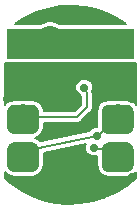
<source format=gbl>
G04 #@! TF.GenerationSoftware,KiCad,Pcbnew,(5.0.0-rc2-dev-596-gcfd2f1d00)*
G04 #@! TF.CreationDate,2018-11-17T14:23:37+02:00*
G04 #@! TF.ProjectId,WS2813_module,5753323831335F6D6F64756C652E6B69,rev?*
G04 #@! TF.SameCoordinates,Original*
G04 #@! TF.FileFunction,Copper,L2,Bot,Signal*
G04 #@! TF.FilePolarity,Positive*
%FSLAX45Y45*%
G04 Gerber Fmt 4.5, Leading zero omitted, Abs format (unit mm)*
G04 Created by KiCad (PCBNEW (5.0.0-rc2-dev-596-gcfd2f1d00)) date 11/17/18 14:23:37*
%MOMM*%
%LPD*%
G01*
G04 APERTURE LIST*
%ADD10C,0.150000*%
%ADD11C,2.500000*%
%ADD12R,2.700000X2.500000*%
%ADD13C,2.000000*%
%ADD14C,0.700000*%
%ADD15C,0.500000*%
%ADD16C,2.500000*%
%ADD17C,0.200000*%
G04 APERTURE END LIST*
D10*
G36*
X10478626Y-5355301D02*
X10484693Y-5356201D01*
X10490643Y-5357691D01*
X10496418Y-5359758D01*
X10501962Y-5362380D01*
X10507223Y-5365533D01*
X10512150Y-5369187D01*
X10516694Y-5373306D01*
X10520813Y-5377850D01*
X10524467Y-5382777D01*
X10527620Y-5388038D01*
X10530243Y-5393582D01*
X10532309Y-5399357D01*
X10533799Y-5405307D01*
X10534699Y-5411374D01*
X10535000Y-5417500D01*
X10535000Y-5542500D01*
X10534699Y-5548626D01*
X10533799Y-5554693D01*
X10532309Y-5560643D01*
X10530243Y-5566418D01*
X10527620Y-5571962D01*
X10524467Y-5577223D01*
X10520813Y-5582150D01*
X10516694Y-5586694D01*
X10512150Y-5590813D01*
X10507223Y-5594467D01*
X10501962Y-5597620D01*
X10496418Y-5600242D01*
X10490643Y-5602309D01*
X10484693Y-5603799D01*
X10478626Y-5604699D01*
X10472500Y-5605000D01*
X10327500Y-5605000D01*
X10321374Y-5604699D01*
X10315307Y-5603799D01*
X10309357Y-5602309D01*
X10303582Y-5600242D01*
X10298038Y-5597620D01*
X10292777Y-5594467D01*
X10287850Y-5590813D01*
X10283306Y-5586694D01*
X10279187Y-5582150D01*
X10275533Y-5577223D01*
X10272380Y-5571962D01*
X10269758Y-5566418D01*
X10267691Y-5560643D01*
X10266201Y-5554693D01*
X10265301Y-5548626D01*
X10265000Y-5542500D01*
X10265000Y-5417500D01*
X10265301Y-5411374D01*
X10266201Y-5405307D01*
X10267691Y-5399357D01*
X10269758Y-5393582D01*
X10272380Y-5388038D01*
X10275533Y-5382777D01*
X10279187Y-5377850D01*
X10283306Y-5373306D01*
X10287850Y-5369187D01*
X10292777Y-5365533D01*
X10298038Y-5362380D01*
X10303582Y-5359758D01*
X10309357Y-5357691D01*
X10315307Y-5356201D01*
X10321374Y-5355301D01*
X10327500Y-5355000D01*
X10472500Y-5355000D01*
X10478626Y-5355301D01*
X10478626Y-5355301D01*
G37*
D11*
X10400000Y-5480000D03*
D10*
G36*
X10478626Y-5035301D02*
X10484693Y-5036201D01*
X10490643Y-5037691D01*
X10496418Y-5039758D01*
X10501962Y-5042380D01*
X10507223Y-5045533D01*
X10512150Y-5049187D01*
X10516694Y-5053306D01*
X10520813Y-5057850D01*
X10524467Y-5062777D01*
X10527620Y-5068038D01*
X10530243Y-5073582D01*
X10532309Y-5079357D01*
X10533799Y-5085307D01*
X10534699Y-5091374D01*
X10535000Y-5097500D01*
X10535000Y-5222500D01*
X10534699Y-5228626D01*
X10533799Y-5234693D01*
X10532309Y-5240643D01*
X10530243Y-5246418D01*
X10527620Y-5251962D01*
X10524467Y-5257223D01*
X10520813Y-5262150D01*
X10516694Y-5266694D01*
X10512150Y-5270813D01*
X10507223Y-5274467D01*
X10501962Y-5277620D01*
X10496418Y-5280243D01*
X10490643Y-5282309D01*
X10484693Y-5283799D01*
X10478626Y-5284699D01*
X10472500Y-5285000D01*
X10327500Y-5285000D01*
X10321374Y-5284699D01*
X10315307Y-5283799D01*
X10309357Y-5282309D01*
X10303582Y-5280243D01*
X10298038Y-5277620D01*
X10292777Y-5274467D01*
X10287850Y-5270813D01*
X10283306Y-5266694D01*
X10279187Y-5262150D01*
X10275533Y-5257223D01*
X10272380Y-5251962D01*
X10269758Y-5246418D01*
X10267691Y-5240643D01*
X10266201Y-5234693D01*
X10265301Y-5228626D01*
X10265000Y-5222500D01*
X10265000Y-5097500D01*
X10265301Y-5091374D01*
X10266201Y-5085307D01*
X10267691Y-5079357D01*
X10269758Y-5073582D01*
X10272380Y-5068038D01*
X10275533Y-5062777D01*
X10279187Y-5057850D01*
X10283306Y-5053306D01*
X10287850Y-5049187D01*
X10292777Y-5045533D01*
X10298038Y-5042380D01*
X10303582Y-5039758D01*
X10309357Y-5037691D01*
X10315307Y-5036201D01*
X10321374Y-5035301D01*
X10327500Y-5035000D01*
X10472500Y-5035000D01*
X10478626Y-5035301D01*
X10478626Y-5035301D01*
G37*
D11*
X10400000Y-5160000D03*
D10*
G36*
X10478626Y-4715301D02*
X10484693Y-4716201D01*
X10490643Y-4717691D01*
X10496418Y-4719758D01*
X10501962Y-4722380D01*
X10507223Y-4725533D01*
X10512150Y-4729187D01*
X10516694Y-4733306D01*
X10520813Y-4737850D01*
X10524467Y-4742777D01*
X10527620Y-4748038D01*
X10530243Y-4753582D01*
X10532309Y-4759357D01*
X10533799Y-4765307D01*
X10534699Y-4771374D01*
X10535000Y-4777500D01*
X10535000Y-4902500D01*
X10534699Y-4908626D01*
X10533799Y-4914693D01*
X10532309Y-4920643D01*
X10530243Y-4926418D01*
X10527620Y-4931962D01*
X10524467Y-4937223D01*
X10520813Y-4942150D01*
X10516694Y-4946694D01*
X10512150Y-4950813D01*
X10507223Y-4954467D01*
X10501962Y-4957620D01*
X10496418Y-4960243D01*
X10490643Y-4962309D01*
X10484693Y-4963799D01*
X10478626Y-4964699D01*
X10472500Y-4965000D01*
X10327500Y-4965000D01*
X10321374Y-4964699D01*
X10315307Y-4963799D01*
X10309357Y-4962309D01*
X10303582Y-4960243D01*
X10298038Y-4957620D01*
X10292777Y-4954467D01*
X10287850Y-4950813D01*
X10283306Y-4946694D01*
X10279187Y-4942150D01*
X10275533Y-4937223D01*
X10272380Y-4931962D01*
X10269758Y-4926418D01*
X10267691Y-4920643D01*
X10266201Y-4914693D01*
X10265301Y-4908626D01*
X10265000Y-4902500D01*
X10265000Y-4777500D01*
X10265301Y-4771374D01*
X10266201Y-4765307D01*
X10267691Y-4759357D01*
X10269758Y-4753582D01*
X10272380Y-4748038D01*
X10275533Y-4742777D01*
X10279187Y-4737850D01*
X10283306Y-4733306D01*
X10287850Y-4729187D01*
X10292777Y-4725533D01*
X10298038Y-4722380D01*
X10303582Y-4719758D01*
X10309357Y-4717691D01*
X10315307Y-4716201D01*
X10321374Y-4715301D01*
X10327500Y-4715000D01*
X10472500Y-4715000D01*
X10478626Y-4715301D01*
X10478626Y-4715301D01*
G37*
D11*
X10400000Y-4840000D03*
D12*
X10400000Y-4520000D03*
D10*
G36*
X9678626Y-5355301D02*
X9684693Y-5356201D01*
X9690643Y-5357691D01*
X9696418Y-5359758D01*
X9701962Y-5362380D01*
X9707223Y-5365533D01*
X9712150Y-5369187D01*
X9716694Y-5373306D01*
X9720813Y-5377850D01*
X9724467Y-5382777D01*
X9727620Y-5388038D01*
X9730243Y-5393582D01*
X9732309Y-5399357D01*
X9733799Y-5405307D01*
X9734699Y-5411374D01*
X9735000Y-5417500D01*
X9735000Y-5542500D01*
X9734699Y-5548626D01*
X9733799Y-5554693D01*
X9732309Y-5560643D01*
X9730243Y-5566418D01*
X9727620Y-5571962D01*
X9724467Y-5577223D01*
X9720813Y-5582150D01*
X9716694Y-5586694D01*
X9712150Y-5590813D01*
X9707223Y-5594467D01*
X9701962Y-5597620D01*
X9696418Y-5600242D01*
X9690643Y-5602309D01*
X9684693Y-5603799D01*
X9678626Y-5604699D01*
X9672500Y-5605000D01*
X9527500Y-5605000D01*
X9521374Y-5604699D01*
X9515307Y-5603799D01*
X9509357Y-5602309D01*
X9503582Y-5600242D01*
X9498038Y-5597620D01*
X9492777Y-5594467D01*
X9487850Y-5590813D01*
X9483306Y-5586694D01*
X9479187Y-5582150D01*
X9475533Y-5577223D01*
X9472380Y-5571962D01*
X9469758Y-5566418D01*
X9467691Y-5560643D01*
X9466201Y-5554693D01*
X9465301Y-5548626D01*
X9465000Y-5542500D01*
X9465000Y-5417500D01*
X9465301Y-5411374D01*
X9466201Y-5405307D01*
X9467691Y-5399357D01*
X9469758Y-5393582D01*
X9472380Y-5388038D01*
X9475533Y-5382777D01*
X9479187Y-5377850D01*
X9483306Y-5373306D01*
X9487850Y-5369187D01*
X9492777Y-5365533D01*
X9498038Y-5362380D01*
X9503582Y-5359758D01*
X9509357Y-5357691D01*
X9515307Y-5356201D01*
X9521374Y-5355301D01*
X9527500Y-5355000D01*
X9672500Y-5355000D01*
X9678626Y-5355301D01*
X9678626Y-5355301D01*
G37*
D11*
X9600000Y-5480000D03*
D10*
G36*
X9678626Y-5035301D02*
X9684693Y-5036201D01*
X9690643Y-5037691D01*
X9696418Y-5039758D01*
X9701962Y-5042380D01*
X9707223Y-5045533D01*
X9712150Y-5049187D01*
X9716694Y-5053306D01*
X9720813Y-5057850D01*
X9724467Y-5062777D01*
X9727620Y-5068038D01*
X9730243Y-5073582D01*
X9732309Y-5079357D01*
X9733799Y-5085307D01*
X9734699Y-5091374D01*
X9735000Y-5097500D01*
X9735000Y-5222500D01*
X9734699Y-5228626D01*
X9733799Y-5234693D01*
X9732309Y-5240643D01*
X9730243Y-5246418D01*
X9727620Y-5251962D01*
X9724467Y-5257223D01*
X9720813Y-5262150D01*
X9716694Y-5266694D01*
X9712150Y-5270813D01*
X9707223Y-5274467D01*
X9701962Y-5277620D01*
X9696418Y-5280243D01*
X9690643Y-5282309D01*
X9684693Y-5283799D01*
X9678626Y-5284699D01*
X9672500Y-5285000D01*
X9527500Y-5285000D01*
X9521374Y-5284699D01*
X9515307Y-5283799D01*
X9509357Y-5282309D01*
X9503582Y-5280243D01*
X9498038Y-5277620D01*
X9492777Y-5274467D01*
X9487850Y-5270813D01*
X9483306Y-5266694D01*
X9479187Y-5262150D01*
X9475533Y-5257223D01*
X9472380Y-5251962D01*
X9469758Y-5246418D01*
X9467691Y-5240643D01*
X9466201Y-5234693D01*
X9465301Y-5228626D01*
X9465000Y-5222500D01*
X9465000Y-5097500D01*
X9465301Y-5091374D01*
X9466201Y-5085307D01*
X9467691Y-5079357D01*
X9469758Y-5073582D01*
X9472380Y-5068038D01*
X9475533Y-5062777D01*
X9479187Y-5057850D01*
X9483306Y-5053306D01*
X9487850Y-5049187D01*
X9492777Y-5045533D01*
X9498038Y-5042380D01*
X9503582Y-5039758D01*
X9509357Y-5037691D01*
X9515307Y-5036201D01*
X9521374Y-5035301D01*
X9527500Y-5035000D01*
X9672500Y-5035000D01*
X9678626Y-5035301D01*
X9678626Y-5035301D01*
G37*
D11*
X9600000Y-5160000D03*
D10*
G36*
X9678626Y-4715301D02*
X9684693Y-4716201D01*
X9690643Y-4717691D01*
X9696418Y-4719758D01*
X9701962Y-4722380D01*
X9707223Y-4725533D01*
X9712150Y-4729187D01*
X9716694Y-4733306D01*
X9720813Y-4737850D01*
X9724467Y-4742777D01*
X9727620Y-4748038D01*
X9730243Y-4753582D01*
X9732309Y-4759357D01*
X9733799Y-4765307D01*
X9734699Y-4771374D01*
X9735000Y-4777500D01*
X9735000Y-4902500D01*
X9734699Y-4908626D01*
X9733799Y-4914693D01*
X9732309Y-4920643D01*
X9730243Y-4926418D01*
X9727620Y-4931962D01*
X9724467Y-4937223D01*
X9720813Y-4942150D01*
X9716694Y-4946694D01*
X9712150Y-4950813D01*
X9707223Y-4954467D01*
X9701962Y-4957620D01*
X9696418Y-4960243D01*
X9690643Y-4962309D01*
X9684693Y-4963799D01*
X9678626Y-4964699D01*
X9672500Y-4965000D01*
X9527500Y-4965000D01*
X9521374Y-4964699D01*
X9515307Y-4963799D01*
X9509357Y-4962309D01*
X9503582Y-4960243D01*
X9498038Y-4957620D01*
X9492777Y-4954467D01*
X9487850Y-4950813D01*
X9483306Y-4946694D01*
X9479187Y-4942150D01*
X9475533Y-4937223D01*
X9472380Y-4931962D01*
X9469758Y-4926418D01*
X9467691Y-4920643D01*
X9466201Y-4914693D01*
X9465301Y-4908626D01*
X9465000Y-4902500D01*
X9465000Y-4777500D01*
X9465301Y-4771374D01*
X9466201Y-4765307D01*
X9467691Y-4759357D01*
X9469758Y-4753582D01*
X9472380Y-4748038D01*
X9475533Y-4742777D01*
X9479187Y-4737850D01*
X9483306Y-4733306D01*
X9487850Y-4729187D01*
X9492777Y-4725533D01*
X9498038Y-4722380D01*
X9503582Y-4719758D01*
X9509357Y-4717691D01*
X9515307Y-4716201D01*
X9521374Y-4715301D01*
X9527500Y-4715000D01*
X9672500Y-4715000D01*
X9678626Y-4715301D01*
X9678626Y-4715301D01*
G37*
D11*
X9600000Y-4840000D03*
D12*
X9600000Y-4520000D03*
D13*
X10000000Y-5000000D03*
D14*
X9467700Y-4991400D03*
X10050000Y-5225000D03*
X9824480Y-5287760D03*
X9500000Y-5675000D03*
X9725000Y-5800000D03*
X10000000Y-5850000D03*
X10275000Y-5800000D03*
X10525000Y-5650000D03*
X10225000Y-4725000D03*
X10375000Y-4325000D03*
X10000000Y-4225000D03*
X9852510Y-4727990D03*
X10524000Y-4988690D03*
X9625000Y-4325000D03*
X9825000Y-4400000D03*
X10225000Y-5300000D03*
X10200000Y-5400000D03*
X10117700Y-4890920D03*
D15*
X10400000Y-4840000D02*
X10508350Y-4953690D01*
X10508350Y-4953690D02*
X10509250Y-4954600D01*
X10509250Y-4954600D02*
X10524000Y-4988690D01*
X10375000Y-4325000D02*
X10000000Y-4225000D01*
X9500000Y-5675000D02*
X9725000Y-5800000D01*
X10000000Y-5000000D02*
X10027690Y-4853640D01*
X10027690Y-4853640D02*
X10080420Y-4800910D01*
X10080420Y-4800910D02*
X10154980Y-4800910D01*
X10154980Y-4800910D02*
X10187720Y-4815010D01*
X10187720Y-4815010D02*
X10264760Y-4815010D01*
X10264760Y-4815010D02*
X10289760Y-4815010D01*
X10289760Y-4815010D02*
X10400000Y-4840000D01*
X10000000Y-4225000D02*
X9625000Y-4325000D01*
X10000000Y-5850000D02*
X10275000Y-5800000D01*
X10000000Y-5000000D02*
X9733640Y-4918670D01*
X9733640Y-4918670D02*
X9732870Y-4918670D01*
X9732870Y-4918670D02*
X9600000Y-4840000D01*
X9824480Y-5287760D02*
X10050000Y-5225000D01*
X9600000Y-4840000D02*
X9732870Y-4761320D01*
X9732870Y-4761320D02*
X9733640Y-4761320D01*
X9733640Y-4761320D02*
X9852510Y-4727990D01*
X10400000Y-4840000D02*
X10270860Y-4751080D01*
X10270860Y-4751080D02*
X10225000Y-4725000D01*
X9600000Y-4840000D02*
X9467700Y-4991400D01*
D16*
X9828620Y-4520000D02*
X9825000Y-4500000D01*
X9600000Y-4520000D02*
X9735000Y-4520000D01*
X9735000Y-4520000D02*
X9828620Y-4520000D01*
X9828620Y-4520000D02*
X10265000Y-4520000D01*
X10265000Y-4520000D02*
X10400000Y-4520000D01*
D15*
X9825000Y-4400000D02*
X9845000Y-4491720D01*
X9845000Y-4491720D02*
X9845000Y-4508280D01*
X9845000Y-4508280D02*
X9833280Y-4520000D01*
X9833280Y-4520000D02*
X9828620Y-4520000D01*
D17*
X10225000Y-5300000D02*
X9733640Y-5401320D01*
X9733640Y-5401320D02*
X9732870Y-5401320D01*
X9732870Y-5401320D02*
X9600000Y-5480000D01*
X10400000Y-5160000D02*
X10276300Y-5258350D01*
X10276300Y-5258350D02*
X10225000Y-5300000D01*
X10200000Y-5400000D02*
X10263460Y-5412050D01*
X10263460Y-5412050D02*
X10265230Y-5412050D01*
X10265230Y-5412050D02*
X10400000Y-5480000D01*
X10117700Y-4890920D02*
X10138060Y-4939880D01*
X10138060Y-4939880D02*
X10140010Y-4944590D01*
X10140010Y-4944590D02*
X10140010Y-5055410D01*
X10140010Y-5055410D02*
X10138060Y-5060120D01*
X10138060Y-5060120D02*
X10060120Y-5138060D01*
X10060120Y-5138060D02*
X10055410Y-5140010D01*
X10055410Y-5140010D02*
X9735240Y-5140010D01*
X9735240Y-5140010D02*
X9725240Y-5140010D01*
X9725240Y-5140010D02*
X9600000Y-5160000D01*
G36*
X10125000Y-5385082D02*
X10125000Y-5414918D01*
X10136418Y-5442484D01*
X10157516Y-5463582D01*
X10185082Y-5475000D01*
X10214918Y-5475000D01*
X10224216Y-5471149D01*
X10224216Y-5542500D01*
X10232078Y-5582025D01*
X10254468Y-5615532D01*
X10287975Y-5637922D01*
X10327500Y-5645784D01*
X10472500Y-5645784D01*
X10512025Y-5637922D01*
X10545533Y-5615532D01*
X10552500Y-5605105D01*
X10552500Y-5653403D01*
X10484234Y-5712955D01*
X10393173Y-5772771D01*
X10294837Y-5819675D01*
X10191046Y-5852799D01*
X10083719Y-5871530D01*
X9974842Y-5875523D01*
X9866432Y-5864702D01*
X9760492Y-5839268D01*
X9658986Y-5799692D01*
X9563789Y-5746706D01*
X9476065Y-5680841D01*
X9447500Y-5654297D01*
X9447500Y-5605105D01*
X9454468Y-5615532D01*
X9487975Y-5637922D01*
X9527500Y-5645784D01*
X9672500Y-5645784D01*
X9712025Y-5637922D01*
X9745533Y-5615532D01*
X9767922Y-5582025D01*
X9775784Y-5542500D01*
X9775784Y-5443682D01*
X10131073Y-5370420D01*
X10125000Y-5385082D01*
X10125000Y-5385082D01*
G37*
X10125000Y-5385082D02*
X10125000Y-5414918D01*
X10136418Y-5442484D01*
X10157516Y-5463582D01*
X10185082Y-5475000D01*
X10214918Y-5475000D01*
X10224216Y-5471149D01*
X10224216Y-5542500D01*
X10232078Y-5582025D01*
X10254468Y-5615532D01*
X10287975Y-5637922D01*
X10327500Y-5645784D01*
X10472500Y-5645784D01*
X10512025Y-5637922D01*
X10545533Y-5615532D01*
X10552500Y-5605105D01*
X10552500Y-5653403D01*
X10484234Y-5712955D01*
X10393173Y-5772771D01*
X10294837Y-5819675D01*
X10191046Y-5852799D01*
X10083719Y-5871530D01*
X9974842Y-5875523D01*
X9866432Y-5864702D01*
X9760492Y-5839268D01*
X9658986Y-5799692D01*
X9563789Y-5746706D01*
X9476065Y-5680841D01*
X9447500Y-5654297D01*
X9447500Y-5605105D01*
X9454468Y-5615532D01*
X9487975Y-5637922D01*
X9527500Y-5645784D01*
X9672500Y-5645784D01*
X9712025Y-5637922D01*
X9745533Y-5615532D01*
X9767922Y-5582025D01*
X9775784Y-5542500D01*
X9775784Y-5443682D01*
X10131073Y-5370420D01*
X10125000Y-5385082D01*
G36*
X10552500Y-5034895D02*
X10545533Y-5024468D01*
X10512025Y-5002078D01*
X10472500Y-4994216D01*
X10327500Y-4994216D01*
X10287975Y-5002078D01*
X10254468Y-5024468D01*
X10232078Y-5057975D01*
X10224216Y-5097500D01*
X10224216Y-5222500D01*
X10224714Y-5225000D01*
X10210082Y-5225000D01*
X10182516Y-5236418D01*
X10161418Y-5257516D01*
X10159361Y-5262483D01*
X9747499Y-5347410D01*
X9745533Y-5344468D01*
X9712025Y-5322078D01*
X9701576Y-5320000D01*
X9712025Y-5317922D01*
X9745533Y-5295533D01*
X9767922Y-5262025D01*
X9775784Y-5222500D01*
X9775784Y-5190010D01*
X10050482Y-5190010D01*
X10055401Y-5190989D01*
X10060330Y-5190010D01*
X10060334Y-5190010D01*
X10065430Y-5188996D01*
X10069986Y-5188091D01*
X10069990Y-5188089D01*
X10074919Y-5187109D01*
X10077078Y-5185666D01*
X10079629Y-5185159D01*
X10087952Y-5179598D01*
X10096162Y-5174114D01*
X10098954Y-5169936D01*
X10169937Y-5098954D01*
X10174114Y-5096162D01*
X10179416Y-5088224D01*
X10185159Y-5079629D01*
X10185666Y-5077078D01*
X10187109Y-5074919D01*
X10188089Y-5069990D01*
X10188091Y-5069986D01*
X10188996Y-5065430D01*
X10190010Y-5060334D01*
X10190010Y-5060330D01*
X10190989Y-5055401D01*
X10190010Y-5050482D01*
X10190010Y-4949518D01*
X10190989Y-4944599D01*
X10190010Y-4939670D01*
X10190010Y-4939666D01*
X10188996Y-4934570D01*
X10188091Y-4930014D01*
X10188089Y-4930010D01*
X10187109Y-4925081D01*
X10185640Y-4922883D01*
X10192700Y-4905838D01*
X10192700Y-4876002D01*
X10181282Y-4848436D01*
X10160184Y-4827338D01*
X10132618Y-4815920D01*
X10102782Y-4815920D01*
X10075216Y-4827338D01*
X10054118Y-4848436D01*
X10042700Y-4876002D01*
X10042700Y-4905838D01*
X10054118Y-4933404D01*
X10075216Y-4954502D01*
X10090010Y-4960630D01*
X10090010Y-5037459D01*
X10037459Y-5090010D01*
X9774294Y-5090010D01*
X9767922Y-5057975D01*
X9745533Y-5024468D01*
X9712025Y-5002078D01*
X9672500Y-4994216D01*
X9527500Y-4994216D01*
X9487975Y-5002078D01*
X9454468Y-5024468D01*
X9447500Y-5034895D01*
X9447500Y-4681414D01*
X9449393Y-4682679D01*
X9465000Y-4685784D01*
X9735000Y-4685784D01*
X9738939Y-4685000D01*
X9827196Y-4685000D01*
X9858583Y-4685543D01*
X9859960Y-4685000D01*
X10261061Y-4685000D01*
X10265000Y-4685784D01*
X10535000Y-4685784D01*
X10550607Y-4682679D01*
X10552500Y-4681414D01*
X10552500Y-5034895D01*
X10552500Y-5034895D01*
G37*
X10552500Y-5034895D02*
X10545533Y-5024468D01*
X10512025Y-5002078D01*
X10472500Y-4994216D01*
X10327500Y-4994216D01*
X10287975Y-5002078D01*
X10254468Y-5024468D01*
X10232078Y-5057975D01*
X10224216Y-5097500D01*
X10224216Y-5222500D01*
X10224714Y-5225000D01*
X10210082Y-5225000D01*
X10182516Y-5236418D01*
X10161418Y-5257516D01*
X10159361Y-5262483D01*
X9747499Y-5347410D01*
X9745533Y-5344468D01*
X9712025Y-5322078D01*
X9701576Y-5320000D01*
X9712025Y-5317922D01*
X9745533Y-5295533D01*
X9767922Y-5262025D01*
X9775784Y-5222500D01*
X9775784Y-5190010D01*
X10050482Y-5190010D01*
X10055401Y-5190989D01*
X10060330Y-5190010D01*
X10060334Y-5190010D01*
X10065430Y-5188996D01*
X10069986Y-5188091D01*
X10069990Y-5188089D01*
X10074919Y-5187109D01*
X10077078Y-5185666D01*
X10079629Y-5185159D01*
X10087952Y-5179598D01*
X10096162Y-5174114D01*
X10098954Y-5169936D01*
X10169937Y-5098954D01*
X10174114Y-5096162D01*
X10179416Y-5088224D01*
X10185159Y-5079629D01*
X10185666Y-5077078D01*
X10187109Y-5074919D01*
X10188089Y-5069990D01*
X10188091Y-5069986D01*
X10188996Y-5065430D01*
X10190010Y-5060334D01*
X10190010Y-5060330D01*
X10190989Y-5055401D01*
X10190010Y-5050482D01*
X10190010Y-4949518D01*
X10190989Y-4944599D01*
X10190010Y-4939670D01*
X10190010Y-4939666D01*
X10188996Y-4934570D01*
X10188091Y-4930014D01*
X10188089Y-4930010D01*
X10187109Y-4925081D01*
X10185640Y-4922883D01*
X10192700Y-4905838D01*
X10192700Y-4876002D01*
X10181282Y-4848436D01*
X10160184Y-4827338D01*
X10132618Y-4815920D01*
X10102782Y-4815920D01*
X10075216Y-4827338D01*
X10054118Y-4848436D01*
X10042700Y-4876002D01*
X10042700Y-4905838D01*
X10054118Y-4933404D01*
X10075216Y-4954502D01*
X10090010Y-4960630D01*
X10090010Y-5037459D01*
X10037459Y-5090010D01*
X9774294Y-5090010D01*
X9767922Y-5057975D01*
X9745533Y-5024468D01*
X9712025Y-5002078D01*
X9672500Y-4994216D01*
X9527500Y-4994216D01*
X9487975Y-5002078D01*
X9454468Y-5024468D01*
X9447500Y-5034895D01*
X9447500Y-4681414D01*
X9449393Y-4682679D01*
X9465000Y-4685784D01*
X9735000Y-4685784D01*
X9738939Y-4685000D01*
X9827196Y-4685000D01*
X9858583Y-4685543D01*
X9859960Y-4685000D01*
X10261061Y-4685000D01*
X10265000Y-4685784D01*
X10535000Y-4685784D01*
X10550607Y-4682679D01*
X10552500Y-4681414D01*
X10552500Y-5034895D01*
G36*
X10133568Y-4210298D02*
X10239508Y-4235732D01*
X10341014Y-4275308D01*
X10436211Y-4328294D01*
X10470737Y-4354216D01*
X10265000Y-4354216D01*
X10261061Y-4355000D01*
X9905323Y-4355000D01*
X9871263Y-4340197D01*
X9867484Y-4336418D01*
X9839918Y-4325000D01*
X9810082Y-4325000D01*
X9782516Y-4336418D01*
X9777608Y-4341326D01*
X9742912Y-4355000D01*
X9738939Y-4355000D01*
X9735000Y-4354216D01*
X9527684Y-4354216D01*
X9606826Y-4302229D01*
X9705163Y-4255325D01*
X9808954Y-4222201D01*
X9916281Y-4203470D01*
X10025158Y-4199477D01*
X10133568Y-4210298D01*
X10133568Y-4210298D01*
G37*
X10133568Y-4210298D02*
X10239508Y-4235732D01*
X10341014Y-4275308D01*
X10436211Y-4328294D01*
X10470737Y-4354216D01*
X10265000Y-4354216D01*
X10261061Y-4355000D01*
X9905323Y-4355000D01*
X9871263Y-4340197D01*
X9867484Y-4336418D01*
X9839918Y-4325000D01*
X9810082Y-4325000D01*
X9782516Y-4336418D01*
X9777608Y-4341326D01*
X9742912Y-4355000D01*
X9738939Y-4355000D01*
X9735000Y-4354216D01*
X9527684Y-4354216D01*
X9606826Y-4302229D01*
X9705163Y-4255325D01*
X9808954Y-4222201D01*
X9916281Y-4203470D01*
X10025158Y-4199477D01*
X10133568Y-4210298D01*
M02*

</source>
